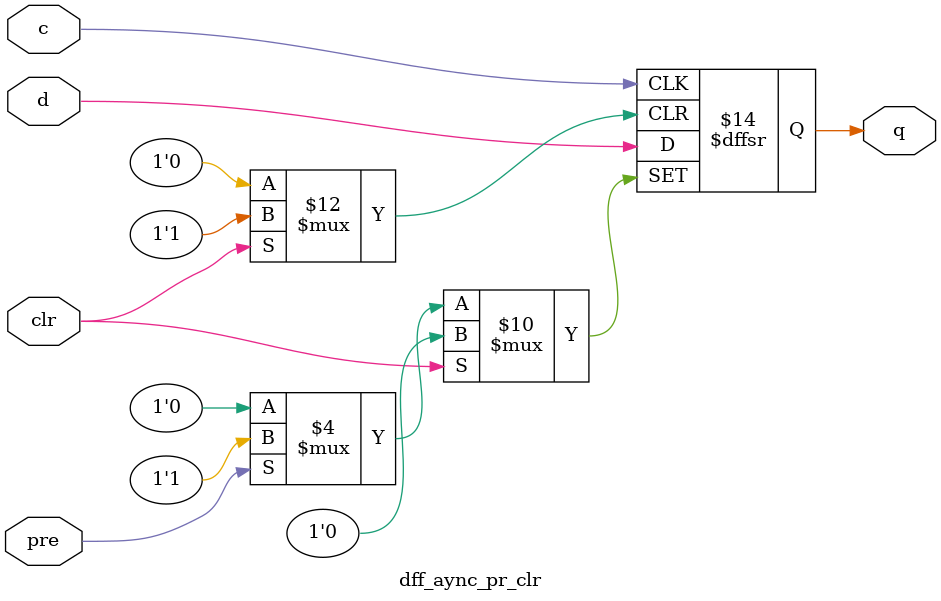
<source format=v>
module dff_aync_pr_clr(output reg q, input clr, pre, d, c); 
 always @(posedge c or posedge clr or posedge pre) 
 if(clr) 
 q<= 0; 
 else if(pre) 
 q<= 1; 
 else 
 q<= d; 
endmodule 
</source>
